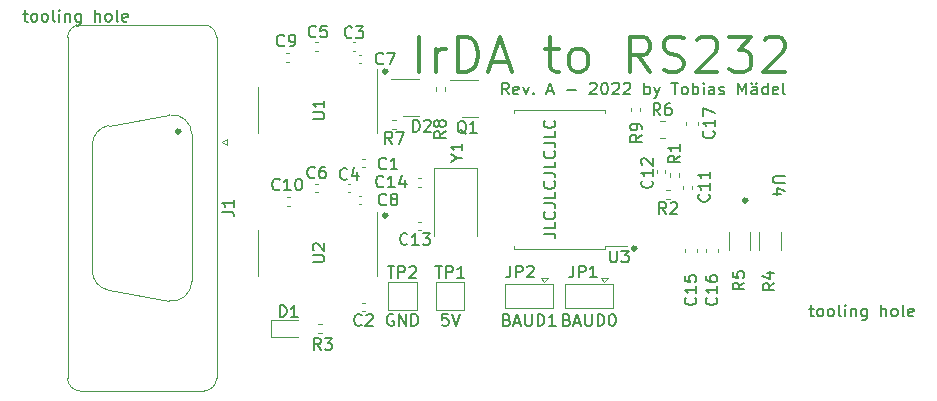
<source format=gbr>
%TF.GenerationSoftware,KiCad,Pcbnew,(6.0.4-0)*%
%TF.CreationDate,2022-03-21T10:12:57+01:00*%
%TF.ProjectId,IrDA_RS232,49724441-5f52-4533-9233-322e6b696361,rev?*%
%TF.SameCoordinates,Original*%
%TF.FileFunction,Legend,Top*%
%TF.FilePolarity,Positive*%
%FSLAX46Y46*%
G04 Gerber Fmt 4.6, Leading zero omitted, Abs format (unit mm)*
G04 Created by KiCad (PCBNEW (6.0.4-0)) date 2022-03-21 10:12:57*
%MOMM*%
%LPD*%
G01*
G04 APERTURE LIST*
%ADD10C,0.300000*%
%ADD11C,0.150000*%
%ADD12C,0.120000*%
G04 APERTURE END LIST*
D10*
X65936000Y-62230000D02*
G75*
G03*
X65936000Y-62230000I-150000J0D01*
G01*
X44854000Y-47244000D02*
G75*
G03*
X44854000Y-47244000I-150000J0D01*
G01*
X75334000Y-58166000D02*
G75*
G03*
X75334000Y-58166000I-150000J0D01*
G01*
X27328000Y-52324000D02*
G75*
G03*
X27328000Y-52324000I-150000J0D01*
G01*
X44854000Y-59436000D02*
G75*
G03*
X44854000Y-59436000I-150000J0D01*
G01*
X47563428Y-47331142D02*
X47563428Y-44331142D01*
X48992000Y-47331142D02*
X48992000Y-45331142D01*
X48992000Y-45902571D02*
X49134857Y-45616857D01*
X49277714Y-45474000D01*
X49563428Y-45331142D01*
X49849142Y-45331142D01*
X50849142Y-47331142D02*
X50849142Y-44331142D01*
X51563428Y-44331142D01*
X51992000Y-44474000D01*
X52277714Y-44759714D01*
X52420571Y-45045428D01*
X52563428Y-45616857D01*
X52563428Y-46045428D01*
X52420571Y-46616857D01*
X52277714Y-46902571D01*
X51992000Y-47188285D01*
X51563428Y-47331142D01*
X50849142Y-47331142D01*
X53706285Y-46474000D02*
X55134857Y-46474000D01*
X53420571Y-47331142D02*
X54420571Y-44331142D01*
X55420571Y-47331142D01*
X58277714Y-45331142D02*
X59420571Y-45331142D01*
X58706285Y-44331142D02*
X58706285Y-46902571D01*
X58849142Y-47188285D01*
X59134857Y-47331142D01*
X59420571Y-47331142D01*
X60849142Y-47331142D02*
X60563428Y-47188285D01*
X60420571Y-47045428D01*
X60277714Y-46759714D01*
X60277714Y-45902571D01*
X60420571Y-45616857D01*
X60563428Y-45474000D01*
X60849142Y-45331142D01*
X61277714Y-45331142D01*
X61563428Y-45474000D01*
X61706285Y-45616857D01*
X61849142Y-45902571D01*
X61849142Y-46759714D01*
X61706285Y-47045428D01*
X61563428Y-47188285D01*
X61277714Y-47331142D01*
X60849142Y-47331142D01*
X67134857Y-47331142D02*
X66134857Y-45902571D01*
X65420571Y-47331142D02*
X65420571Y-44331142D01*
X66563428Y-44331142D01*
X66849142Y-44474000D01*
X66992000Y-44616857D01*
X67134857Y-44902571D01*
X67134857Y-45331142D01*
X66992000Y-45616857D01*
X66849142Y-45759714D01*
X66563428Y-45902571D01*
X65420571Y-45902571D01*
X68277714Y-47188285D02*
X68706285Y-47331142D01*
X69420571Y-47331142D01*
X69706285Y-47188285D01*
X69849142Y-47045428D01*
X69992000Y-46759714D01*
X69992000Y-46474000D01*
X69849142Y-46188285D01*
X69706285Y-46045428D01*
X69420571Y-45902571D01*
X68849142Y-45759714D01*
X68563428Y-45616857D01*
X68420571Y-45474000D01*
X68277714Y-45188285D01*
X68277714Y-44902571D01*
X68420571Y-44616857D01*
X68563428Y-44474000D01*
X68849142Y-44331142D01*
X69563428Y-44331142D01*
X69992000Y-44474000D01*
X71134857Y-44616857D02*
X71277714Y-44474000D01*
X71563428Y-44331142D01*
X72277714Y-44331142D01*
X72563428Y-44474000D01*
X72706285Y-44616857D01*
X72849142Y-44902571D01*
X72849142Y-45188285D01*
X72706285Y-45616857D01*
X70992000Y-47331142D01*
X72849142Y-47331142D01*
X73849142Y-44331142D02*
X75706285Y-44331142D01*
X74706285Y-45474000D01*
X75134857Y-45474000D01*
X75420571Y-45616857D01*
X75563428Y-45759714D01*
X75706285Y-46045428D01*
X75706285Y-46759714D01*
X75563428Y-47045428D01*
X75420571Y-47188285D01*
X75134857Y-47331142D01*
X74277714Y-47331142D01*
X73992000Y-47188285D01*
X73849142Y-47045428D01*
X76849142Y-44616857D02*
X76992000Y-44474000D01*
X77277714Y-44331142D01*
X77992000Y-44331142D01*
X78277714Y-44474000D01*
X78420571Y-44616857D01*
X78563428Y-44902571D01*
X78563428Y-45188285D01*
X78420571Y-45616857D01*
X76706285Y-47331142D01*
X78563428Y-47331142D01*
D11*
X58126380Y-61007047D02*
X58840666Y-61007047D01*
X58983523Y-61054666D01*
X59078761Y-61149904D01*
X59126380Y-61292761D01*
X59126380Y-61388000D01*
X59126380Y-60054666D02*
X59126380Y-60530857D01*
X58126380Y-60530857D01*
X59031142Y-59149904D02*
X59078761Y-59197523D01*
X59126380Y-59340380D01*
X59126380Y-59435619D01*
X59078761Y-59578476D01*
X58983523Y-59673714D01*
X58888285Y-59721333D01*
X58697809Y-59768952D01*
X58554952Y-59768952D01*
X58364476Y-59721333D01*
X58269238Y-59673714D01*
X58174000Y-59578476D01*
X58126380Y-59435619D01*
X58126380Y-59340380D01*
X58174000Y-59197523D01*
X58221619Y-59149904D01*
X58126380Y-58435619D02*
X58840666Y-58435619D01*
X58983523Y-58483238D01*
X59078761Y-58578476D01*
X59126380Y-58721333D01*
X59126380Y-58816571D01*
X59126380Y-57483238D02*
X59126380Y-57959428D01*
X58126380Y-57959428D01*
X59031142Y-56578476D02*
X59078761Y-56626095D01*
X59126380Y-56768952D01*
X59126380Y-56864190D01*
X59078761Y-57007047D01*
X58983523Y-57102285D01*
X58888285Y-57149904D01*
X58697809Y-57197523D01*
X58554952Y-57197523D01*
X58364476Y-57149904D01*
X58269238Y-57102285D01*
X58174000Y-57007047D01*
X58126380Y-56864190D01*
X58126380Y-56768952D01*
X58174000Y-56626095D01*
X58221619Y-56578476D01*
X58126380Y-55864190D02*
X58840666Y-55864190D01*
X58983523Y-55911809D01*
X59078761Y-56007047D01*
X59126380Y-56149904D01*
X59126380Y-56245142D01*
X59126380Y-54911809D02*
X59126380Y-55388000D01*
X58126380Y-55388000D01*
X59031142Y-54007047D02*
X59078761Y-54054666D01*
X59126380Y-54197523D01*
X59126380Y-54292761D01*
X59078761Y-54435619D01*
X58983523Y-54530857D01*
X58888285Y-54578476D01*
X58697809Y-54626095D01*
X58554952Y-54626095D01*
X58364476Y-54578476D01*
X58269238Y-54530857D01*
X58174000Y-54435619D01*
X58126380Y-54292761D01*
X58126380Y-54197523D01*
X58174000Y-54054666D01*
X58221619Y-54007047D01*
X58126380Y-53292761D02*
X58840666Y-53292761D01*
X58983523Y-53340380D01*
X59078761Y-53435619D01*
X59126380Y-53578476D01*
X59126380Y-53673714D01*
X59126380Y-52340380D02*
X59126380Y-52816571D01*
X58126380Y-52816571D01*
X59031142Y-51435619D02*
X59078761Y-51483238D01*
X59126380Y-51626095D01*
X59126380Y-51721333D01*
X59078761Y-51864190D01*
X58983523Y-51959428D01*
X58888285Y-52007047D01*
X58697809Y-52054666D01*
X58554952Y-52054666D01*
X58364476Y-52007047D01*
X58269238Y-51959428D01*
X58174000Y-51864190D01*
X58126380Y-51721333D01*
X58126380Y-51626095D01*
X58174000Y-51483238D01*
X58221619Y-51435619D01*
X55190857Y-49220380D02*
X54857523Y-48744190D01*
X54619428Y-49220380D02*
X54619428Y-48220380D01*
X55000380Y-48220380D01*
X55095619Y-48268000D01*
X55143238Y-48315619D01*
X55190857Y-48410857D01*
X55190857Y-48553714D01*
X55143238Y-48648952D01*
X55095619Y-48696571D01*
X55000380Y-48744190D01*
X54619428Y-48744190D01*
X56000380Y-49172761D02*
X55905142Y-49220380D01*
X55714666Y-49220380D01*
X55619428Y-49172761D01*
X55571809Y-49077523D01*
X55571809Y-48696571D01*
X55619428Y-48601333D01*
X55714666Y-48553714D01*
X55905142Y-48553714D01*
X56000380Y-48601333D01*
X56047999Y-48696571D01*
X56047999Y-48791809D01*
X55571809Y-48887047D01*
X56381333Y-48553714D02*
X56619428Y-49220380D01*
X56857523Y-48553714D01*
X57238476Y-49125142D02*
X57286095Y-49172761D01*
X57238476Y-49220380D01*
X57190857Y-49172761D01*
X57238476Y-49125142D01*
X57238476Y-49220380D01*
X58428952Y-48934666D02*
X58905142Y-48934666D01*
X58333714Y-49220380D02*
X58667047Y-48220380D01*
X59000380Y-49220380D01*
X60095619Y-48839428D02*
X60857523Y-48839428D01*
X62047999Y-48315619D02*
X62095619Y-48268000D01*
X62190857Y-48220380D01*
X62428952Y-48220380D01*
X62524190Y-48268000D01*
X62571809Y-48315619D01*
X62619428Y-48410857D01*
X62619428Y-48506095D01*
X62571809Y-48648952D01*
X62000380Y-49220380D01*
X62619428Y-49220380D01*
X63238476Y-48220380D02*
X63333714Y-48220380D01*
X63428952Y-48268000D01*
X63476571Y-48315619D01*
X63524190Y-48410857D01*
X63571809Y-48601333D01*
X63571809Y-48839428D01*
X63524190Y-49029904D01*
X63476571Y-49125142D01*
X63428952Y-49172761D01*
X63333714Y-49220380D01*
X63238476Y-49220380D01*
X63143238Y-49172761D01*
X63095619Y-49125142D01*
X63047999Y-49029904D01*
X63000380Y-48839428D01*
X63000380Y-48601333D01*
X63047999Y-48410857D01*
X63095619Y-48315619D01*
X63143238Y-48268000D01*
X63238476Y-48220380D01*
X63952761Y-48315619D02*
X64000380Y-48268000D01*
X64095619Y-48220380D01*
X64333714Y-48220380D01*
X64428952Y-48268000D01*
X64476571Y-48315619D01*
X64524190Y-48410857D01*
X64524190Y-48506095D01*
X64476571Y-48648952D01*
X63905142Y-49220380D01*
X64524190Y-49220380D01*
X64905142Y-48315619D02*
X64952761Y-48268000D01*
X65047999Y-48220380D01*
X65286095Y-48220380D01*
X65381333Y-48268000D01*
X65428952Y-48315619D01*
X65476571Y-48410857D01*
X65476571Y-48506095D01*
X65428952Y-48648952D01*
X64857523Y-49220380D01*
X65476571Y-49220380D01*
X66667047Y-49220380D02*
X66667047Y-48220380D01*
X66667047Y-48601333D02*
X66762285Y-48553714D01*
X66952761Y-48553714D01*
X67047999Y-48601333D01*
X67095619Y-48648952D01*
X67143238Y-48744190D01*
X67143238Y-49029904D01*
X67095619Y-49125142D01*
X67047999Y-49172761D01*
X66952761Y-49220380D01*
X66762285Y-49220380D01*
X66667047Y-49172761D01*
X67476571Y-48553714D02*
X67714666Y-49220380D01*
X67952761Y-48553714D02*
X67714666Y-49220380D01*
X67619428Y-49458476D01*
X67571809Y-49506095D01*
X67476571Y-49553714D01*
X68952761Y-48220380D02*
X69524190Y-48220380D01*
X69238476Y-49220380D02*
X69238476Y-48220380D01*
X70000380Y-49220380D02*
X69905142Y-49172761D01*
X69857523Y-49125142D01*
X69809904Y-49029904D01*
X69809904Y-48744190D01*
X69857523Y-48648952D01*
X69905142Y-48601333D01*
X70000380Y-48553714D01*
X70143238Y-48553714D01*
X70238476Y-48601333D01*
X70286095Y-48648952D01*
X70333714Y-48744190D01*
X70333714Y-49029904D01*
X70286095Y-49125142D01*
X70238476Y-49172761D01*
X70143238Y-49220380D01*
X70000380Y-49220380D01*
X70762285Y-49220380D02*
X70762285Y-48220380D01*
X70762285Y-48601333D02*
X70857523Y-48553714D01*
X71047999Y-48553714D01*
X71143238Y-48601333D01*
X71190857Y-48648952D01*
X71238476Y-48744190D01*
X71238476Y-49029904D01*
X71190857Y-49125142D01*
X71143238Y-49172761D01*
X71047999Y-49220380D01*
X70857523Y-49220380D01*
X70762285Y-49172761D01*
X71667047Y-49220380D02*
X71667047Y-48553714D01*
X71667047Y-48220380D02*
X71619428Y-48268000D01*
X71667047Y-48315619D01*
X71714666Y-48268000D01*
X71667047Y-48220380D01*
X71667047Y-48315619D01*
X72571809Y-49220380D02*
X72571809Y-48696571D01*
X72524190Y-48601333D01*
X72428952Y-48553714D01*
X72238476Y-48553714D01*
X72143238Y-48601333D01*
X72571809Y-49172761D02*
X72476571Y-49220380D01*
X72238476Y-49220380D01*
X72143238Y-49172761D01*
X72095619Y-49077523D01*
X72095619Y-48982285D01*
X72143238Y-48887047D01*
X72238476Y-48839428D01*
X72476571Y-48839428D01*
X72571809Y-48791809D01*
X73000380Y-49172761D02*
X73095619Y-49220380D01*
X73286095Y-49220380D01*
X73381333Y-49172761D01*
X73428952Y-49077523D01*
X73428952Y-49029904D01*
X73381333Y-48934666D01*
X73286095Y-48887047D01*
X73143238Y-48887047D01*
X73047999Y-48839428D01*
X73000380Y-48744190D01*
X73000380Y-48696571D01*
X73047999Y-48601333D01*
X73143238Y-48553714D01*
X73286095Y-48553714D01*
X73381333Y-48601333D01*
X74619428Y-49220380D02*
X74619428Y-48220380D01*
X74952761Y-48934666D01*
X75286095Y-48220380D01*
X75286095Y-49220380D01*
X76190857Y-49220380D02*
X76190857Y-48696571D01*
X76143238Y-48601333D01*
X76047999Y-48553714D01*
X75857523Y-48553714D01*
X75762285Y-48601333D01*
X76190857Y-49172761D02*
X76095619Y-49220380D01*
X75857523Y-49220380D01*
X75762285Y-49172761D01*
X75714666Y-49077523D01*
X75714666Y-48982285D01*
X75762285Y-48887047D01*
X75857523Y-48839428D01*
X76095619Y-48839428D01*
X76190857Y-48791809D01*
X75762285Y-48220380D02*
X75809904Y-48268000D01*
X75762285Y-48315619D01*
X75714666Y-48268000D01*
X75762285Y-48220380D01*
X75762285Y-48315619D01*
X76143238Y-48220380D02*
X76190857Y-48268000D01*
X76143238Y-48315619D01*
X76095619Y-48268000D01*
X76143238Y-48220380D01*
X76143238Y-48315619D01*
X77095619Y-49220380D02*
X77095619Y-48220380D01*
X77095619Y-49172761D02*
X77000380Y-49220380D01*
X76809904Y-49220380D01*
X76714666Y-49172761D01*
X76667047Y-49125142D01*
X76619428Y-49029904D01*
X76619428Y-48744190D01*
X76667047Y-48648952D01*
X76714666Y-48601333D01*
X76809904Y-48553714D01*
X77000380Y-48553714D01*
X77095619Y-48601333D01*
X77952761Y-49172761D02*
X77857523Y-49220380D01*
X77667047Y-49220380D01*
X77571809Y-49172761D01*
X77524190Y-49077523D01*
X77524190Y-48696571D01*
X77571809Y-48601333D01*
X77667047Y-48553714D01*
X77857523Y-48553714D01*
X77952761Y-48601333D01*
X78000380Y-48696571D01*
X78000380Y-48791809D01*
X77524190Y-48887047D01*
X78571809Y-49220380D02*
X78476571Y-49172761D01*
X78428952Y-49077523D01*
X78428952Y-48220380D01*
%TO.C,U3*%
X63754095Y-62444380D02*
X63754095Y-63253904D01*
X63801714Y-63349142D01*
X63849333Y-63396761D01*
X63944571Y-63444380D01*
X64135047Y-63444380D01*
X64230285Y-63396761D01*
X64277904Y-63349142D01*
X64325523Y-63253904D01*
X64325523Y-62444380D01*
X64706476Y-62444380D02*
X65325523Y-62444380D01*
X64992190Y-62825333D01*
X65135047Y-62825333D01*
X65230285Y-62872952D01*
X65277904Y-62920571D01*
X65325523Y-63015809D01*
X65325523Y-63253904D01*
X65277904Y-63349142D01*
X65230285Y-63396761D01*
X65135047Y-63444380D01*
X64849333Y-63444380D01*
X64754095Y-63396761D01*
X64706476Y-63349142D01*
%TO.C,R9*%
X66441580Y-52643066D02*
X65965390Y-52976400D01*
X66441580Y-53214495D02*
X65441580Y-53214495D01*
X65441580Y-52833542D01*
X65489200Y-52738304D01*
X65536819Y-52690685D01*
X65632057Y-52643066D01*
X65774914Y-52643066D01*
X65870152Y-52690685D01*
X65917771Y-52738304D01*
X65965390Y-52833542D01*
X65965390Y-53214495D01*
X66441580Y-52166876D02*
X66441580Y-51976400D01*
X66393961Y-51881161D01*
X66346342Y-51833542D01*
X66203485Y-51738304D01*
X66013009Y-51690685D01*
X65632057Y-51690685D01*
X65536819Y-51738304D01*
X65489200Y-51785923D01*
X65441580Y-51881161D01*
X65441580Y-52071638D01*
X65489200Y-52166876D01*
X65536819Y-52214495D01*
X65632057Y-52262114D01*
X65870152Y-52262114D01*
X65965390Y-52214495D01*
X66013009Y-52166876D01*
X66060628Y-52071638D01*
X66060628Y-51881161D01*
X66013009Y-51785923D01*
X65965390Y-51738304D01*
X65870152Y-51690685D01*
%TO.C,R8*%
X49829980Y-52338266D02*
X49353790Y-52671600D01*
X49829980Y-52909695D02*
X48829980Y-52909695D01*
X48829980Y-52528742D01*
X48877600Y-52433504D01*
X48925219Y-52385885D01*
X49020457Y-52338266D01*
X49163314Y-52338266D01*
X49258552Y-52385885D01*
X49306171Y-52433504D01*
X49353790Y-52528742D01*
X49353790Y-52909695D01*
X49258552Y-51766838D02*
X49210933Y-51862076D01*
X49163314Y-51909695D01*
X49068076Y-51957314D01*
X49020457Y-51957314D01*
X48925219Y-51909695D01*
X48877600Y-51862076D01*
X48829980Y-51766838D01*
X48829980Y-51576361D01*
X48877600Y-51481123D01*
X48925219Y-51433504D01*
X49020457Y-51385885D01*
X49068076Y-51385885D01*
X49163314Y-51433504D01*
X49210933Y-51481123D01*
X49258552Y-51576361D01*
X49258552Y-51766838D01*
X49306171Y-51862076D01*
X49353790Y-51909695D01*
X49449028Y-51957314D01*
X49639504Y-51957314D01*
X49734742Y-51909695D01*
X49782361Y-51862076D01*
X49829980Y-51766838D01*
X49829980Y-51576361D01*
X49782361Y-51481123D01*
X49734742Y-51433504D01*
X49639504Y-51385885D01*
X49449028Y-51385885D01*
X49353790Y-51433504D01*
X49306171Y-51481123D01*
X49258552Y-51576361D01*
%TO.C,R7*%
X45299333Y-53387580D02*
X44966000Y-52911390D01*
X44727904Y-53387580D02*
X44727904Y-52387580D01*
X45108857Y-52387580D01*
X45204095Y-52435200D01*
X45251714Y-52482819D01*
X45299333Y-52578057D01*
X45299333Y-52720914D01*
X45251714Y-52816152D01*
X45204095Y-52863771D01*
X45108857Y-52911390D01*
X44727904Y-52911390D01*
X45632666Y-52387580D02*
X46299333Y-52387580D01*
X45870761Y-53387580D01*
%TO.C,Q1*%
X51568361Y-52566819D02*
X51473123Y-52519200D01*
X51377885Y-52423961D01*
X51235028Y-52281104D01*
X51139790Y-52233485D01*
X51044552Y-52233485D01*
X51092171Y-52471580D02*
X50996933Y-52423961D01*
X50901695Y-52328723D01*
X50854076Y-52138247D01*
X50854076Y-51804914D01*
X50901695Y-51614438D01*
X50996933Y-51519200D01*
X51092171Y-51471580D01*
X51282647Y-51471580D01*
X51377885Y-51519200D01*
X51473123Y-51614438D01*
X51520742Y-51804914D01*
X51520742Y-52138247D01*
X51473123Y-52328723D01*
X51377885Y-52423961D01*
X51282647Y-52471580D01*
X51092171Y-52471580D01*
X52473123Y-52471580D02*
X51901695Y-52471580D01*
X52187409Y-52471580D02*
X52187409Y-51471580D01*
X52092171Y-51614438D01*
X51996933Y-51709676D01*
X51901695Y-51757295D01*
%TO.C,D2*%
X47064704Y-52369980D02*
X47064704Y-51369980D01*
X47302800Y-51369980D01*
X47445657Y-51417600D01*
X47540895Y-51512838D01*
X47588514Y-51608076D01*
X47636133Y-51798552D01*
X47636133Y-51941409D01*
X47588514Y-52131885D01*
X47540895Y-52227123D01*
X47445657Y-52322361D01*
X47302800Y-52369980D01*
X47064704Y-52369980D01*
X48017085Y-51465219D02*
X48064704Y-51417600D01*
X48159942Y-51369980D01*
X48398038Y-51369980D01*
X48493276Y-51417600D01*
X48540895Y-51465219D01*
X48588514Y-51560457D01*
X48588514Y-51655695D01*
X48540895Y-51798552D01*
X47969466Y-52369980D01*
X48588514Y-52369980D01*
%TO.C,TP1*%
X48964195Y-63748380D02*
X49535623Y-63748380D01*
X49249909Y-64748380D02*
X49249909Y-63748380D01*
X49868957Y-64748380D02*
X49868957Y-63748380D01*
X50249909Y-63748380D01*
X50345147Y-63796000D01*
X50392766Y-63843619D01*
X50440385Y-63938857D01*
X50440385Y-64081714D01*
X50392766Y-64176952D01*
X50345147Y-64224571D01*
X50249909Y-64272190D01*
X49868957Y-64272190D01*
X51392766Y-64748380D02*
X50821338Y-64748380D01*
X51107052Y-64748380D02*
X51107052Y-63748380D01*
X51011814Y-63891238D01*
X50916576Y-63986476D01*
X50821338Y-64034095D01*
X50035623Y-67796380D02*
X49559433Y-67796380D01*
X49511814Y-68272571D01*
X49559433Y-68224952D01*
X49654671Y-68177333D01*
X49892766Y-68177333D01*
X49988004Y-68224952D01*
X50035623Y-68272571D01*
X50083242Y-68367809D01*
X50083242Y-68605904D01*
X50035623Y-68701142D01*
X49988004Y-68748761D01*
X49892766Y-68796380D01*
X49654671Y-68796380D01*
X49559433Y-68748761D01*
X49511814Y-68701142D01*
X50368957Y-67796380D02*
X50702290Y-68796380D01*
X51035623Y-67796380D01*
%TO.C,C5*%
X38853969Y-44299142D02*
X38806350Y-44346761D01*
X38663493Y-44394380D01*
X38568255Y-44394380D01*
X38425397Y-44346761D01*
X38330159Y-44251523D01*
X38282540Y-44156285D01*
X38234921Y-43965809D01*
X38234921Y-43822952D01*
X38282540Y-43632476D01*
X38330159Y-43537238D01*
X38425397Y-43442000D01*
X38568255Y-43394380D01*
X38663493Y-43394380D01*
X38806350Y-43442000D01*
X38853969Y-43489619D01*
X39758731Y-43394380D02*
X39282540Y-43394380D01*
X39234921Y-43870571D01*
X39282540Y-43822952D01*
X39377778Y-43775333D01*
X39615874Y-43775333D01*
X39711112Y-43822952D01*
X39758731Y-43870571D01*
X39806350Y-43965809D01*
X39806350Y-44203904D01*
X39758731Y-44299142D01*
X39711112Y-44346761D01*
X39615874Y-44394380D01*
X39377778Y-44394380D01*
X39282540Y-44346761D01*
X39234921Y-44299142D01*
%TO.C,C16*%
X72747142Y-66428857D02*
X72794761Y-66476476D01*
X72842380Y-66619333D01*
X72842380Y-66714571D01*
X72794761Y-66857428D01*
X72699523Y-66952666D01*
X72604285Y-67000285D01*
X72413809Y-67047904D01*
X72270952Y-67047904D01*
X72080476Y-67000285D01*
X71985238Y-66952666D01*
X71890000Y-66857428D01*
X71842380Y-66714571D01*
X71842380Y-66619333D01*
X71890000Y-66476476D01*
X71937619Y-66428857D01*
X72842380Y-65476476D02*
X72842380Y-66047904D01*
X72842380Y-65762190D02*
X71842380Y-65762190D01*
X71985238Y-65857428D01*
X72080476Y-65952666D01*
X72128095Y-66047904D01*
X71842380Y-64619333D02*
X71842380Y-64809809D01*
X71890000Y-64905047D01*
X71937619Y-64952666D01*
X72080476Y-65047904D01*
X72270952Y-65095523D01*
X72651904Y-65095523D01*
X72747142Y-65047904D01*
X72794761Y-65000285D01*
X72842380Y-64905047D01*
X72842380Y-64714571D01*
X72794761Y-64619333D01*
X72747142Y-64571714D01*
X72651904Y-64524095D01*
X72413809Y-64524095D01*
X72318571Y-64571714D01*
X72270952Y-64619333D01*
X72223333Y-64714571D01*
X72223333Y-64905047D01*
X72270952Y-65000285D01*
X72318571Y-65047904D01*
X72413809Y-65095523D01*
%TO.C,R3*%
X39250533Y-70839580D02*
X38917200Y-70363390D01*
X38679104Y-70839580D02*
X38679104Y-69839580D01*
X39060057Y-69839580D01*
X39155295Y-69887200D01*
X39202914Y-69934819D01*
X39250533Y-70030057D01*
X39250533Y-70172914D01*
X39202914Y-70268152D01*
X39155295Y-70315771D01*
X39060057Y-70363390D01*
X38679104Y-70363390D01*
X39583866Y-69839580D02*
X40202914Y-69839580D01*
X39869580Y-70220533D01*
X40012438Y-70220533D01*
X40107676Y-70268152D01*
X40155295Y-70315771D01*
X40202914Y-70411009D01*
X40202914Y-70649104D01*
X40155295Y-70744342D01*
X40107676Y-70791961D01*
X40012438Y-70839580D01*
X39726723Y-70839580D01*
X39631485Y-70791961D01*
X39583866Y-70744342D01*
%TO.C,C10*%
X35774506Y-57253142D02*
X35726887Y-57300761D01*
X35584030Y-57348380D01*
X35488792Y-57348380D01*
X35345935Y-57300761D01*
X35250697Y-57205523D01*
X35203078Y-57110285D01*
X35155459Y-56919809D01*
X35155459Y-56776952D01*
X35203078Y-56586476D01*
X35250697Y-56491238D01*
X35345935Y-56396000D01*
X35488792Y-56348380D01*
X35584030Y-56348380D01*
X35726887Y-56396000D01*
X35774506Y-56443619D01*
X36726887Y-57348380D02*
X36155459Y-57348380D01*
X36441173Y-57348380D02*
X36441173Y-56348380D01*
X36345935Y-56491238D01*
X36250697Y-56586476D01*
X36155459Y-56634095D01*
X37345935Y-56348380D02*
X37441173Y-56348380D01*
X37536411Y-56396000D01*
X37584030Y-56443619D01*
X37631649Y-56538857D01*
X37679268Y-56729333D01*
X37679268Y-56967428D01*
X37631649Y-57157904D01*
X37584030Y-57253142D01*
X37536411Y-57300761D01*
X37441173Y-57348380D01*
X37345935Y-57348380D01*
X37250697Y-57300761D01*
X37203078Y-57253142D01*
X37155459Y-57157904D01*
X37107840Y-56967428D01*
X37107840Y-56729333D01*
X37155459Y-56538857D01*
X37203078Y-56443619D01*
X37250697Y-56396000D01*
X37345935Y-56348380D01*
%TO.C,JP1*%
X60634666Y-63714380D02*
X60634666Y-64428666D01*
X60587047Y-64571523D01*
X60491809Y-64666761D01*
X60348952Y-64714380D01*
X60253714Y-64714380D01*
X61110857Y-64714380D02*
X61110857Y-63714380D01*
X61491809Y-63714380D01*
X61587047Y-63762000D01*
X61634666Y-63809619D01*
X61682285Y-63904857D01*
X61682285Y-64047714D01*
X61634666Y-64142952D01*
X61587047Y-64190571D01*
X61491809Y-64238190D01*
X61110857Y-64238190D01*
X62634666Y-64714380D02*
X62063238Y-64714380D01*
X62348952Y-64714380D02*
X62348952Y-63714380D01*
X62253714Y-63857238D01*
X62158476Y-63952476D01*
X62063238Y-64000095D01*
X60118857Y-68289871D02*
X60261714Y-68337490D01*
X60309333Y-68385109D01*
X60356952Y-68480347D01*
X60356952Y-68623204D01*
X60309333Y-68718442D01*
X60261714Y-68766061D01*
X60166476Y-68813680D01*
X59785523Y-68813680D01*
X59785523Y-67813680D01*
X60118857Y-67813680D01*
X60214095Y-67861300D01*
X60261714Y-67908919D01*
X60309333Y-68004157D01*
X60309333Y-68099395D01*
X60261714Y-68194633D01*
X60214095Y-68242252D01*
X60118857Y-68289871D01*
X59785523Y-68289871D01*
X60737904Y-68527966D02*
X61214095Y-68527966D01*
X60642666Y-68813680D02*
X60976000Y-67813680D01*
X61309333Y-68813680D01*
X61642666Y-67813680D02*
X61642666Y-68623204D01*
X61690285Y-68718442D01*
X61737904Y-68766061D01*
X61833142Y-68813680D01*
X62023619Y-68813680D01*
X62118857Y-68766061D01*
X62166476Y-68718442D01*
X62214095Y-68623204D01*
X62214095Y-67813680D01*
X62690285Y-68813680D02*
X62690285Y-67813680D01*
X62928380Y-67813680D01*
X63071238Y-67861300D01*
X63166476Y-67956538D01*
X63214095Y-68051776D01*
X63261714Y-68242252D01*
X63261714Y-68385109D01*
X63214095Y-68575585D01*
X63166476Y-68670823D01*
X63071238Y-68766061D01*
X62928380Y-68813680D01*
X62690285Y-68813680D01*
X63880761Y-67813680D02*
X63976000Y-67813680D01*
X64071238Y-67861300D01*
X64118857Y-67908919D01*
X64166476Y-68004157D01*
X64214095Y-68194633D01*
X64214095Y-68432728D01*
X64166476Y-68623204D01*
X64118857Y-68718442D01*
X64071238Y-68766061D01*
X63976000Y-68813680D01*
X63880761Y-68813680D01*
X63785523Y-68766061D01*
X63737904Y-68718442D01*
X63690285Y-68623204D01*
X63642666Y-68432728D01*
X63642666Y-68194633D01*
X63690285Y-68004157D01*
X63737904Y-67908919D01*
X63785523Y-67861300D01*
X63880761Y-67813680D01*
%TO.C,R1*%
X69667380Y-54395666D02*
X69191190Y-54729000D01*
X69667380Y-54967095D02*
X68667380Y-54967095D01*
X68667380Y-54586142D01*
X68715000Y-54490904D01*
X68762619Y-54443285D01*
X68857857Y-54395666D01*
X69000714Y-54395666D01*
X69095952Y-54443285D01*
X69143571Y-54490904D01*
X69191190Y-54586142D01*
X69191190Y-54967095D01*
X69667380Y-53443285D02*
X69667380Y-54014714D01*
X69667380Y-53729000D02*
X68667380Y-53729000D01*
X68810238Y-53824238D01*
X68905476Y-53919476D01*
X68953095Y-54014714D01*
%TO.C,R4*%
X77668380Y-65190666D02*
X77192190Y-65524000D01*
X77668380Y-65762095D02*
X76668380Y-65762095D01*
X76668380Y-65381142D01*
X76716000Y-65285904D01*
X76763619Y-65238285D01*
X76858857Y-65190666D01*
X77001714Y-65190666D01*
X77096952Y-65238285D01*
X77144571Y-65285904D01*
X77192190Y-65381142D01*
X77192190Y-65762095D01*
X77001714Y-64333523D02*
X77668380Y-64333523D01*
X76620761Y-64571619D02*
X77335047Y-64809714D01*
X77335047Y-64190666D01*
%TO.C,U4*%
X78525619Y-56134095D02*
X77716095Y-56134095D01*
X77620857Y-56181714D01*
X77573238Y-56229333D01*
X77525619Y-56324571D01*
X77525619Y-56515047D01*
X77573238Y-56610285D01*
X77620857Y-56657904D01*
X77716095Y-56705523D01*
X78525619Y-56705523D01*
X78192285Y-57610285D02*
X77525619Y-57610285D01*
X78573238Y-57372190D02*
X77858952Y-57134095D01*
X77858952Y-57753142D01*
%TO.C,U1*%
X38568380Y-51307904D02*
X39377904Y-51307904D01*
X39473142Y-51260285D01*
X39520761Y-51212666D01*
X39568380Y-51117428D01*
X39568380Y-50926952D01*
X39520761Y-50831714D01*
X39473142Y-50784095D01*
X39377904Y-50736476D01*
X38568380Y-50736476D01*
X39568380Y-49736476D02*
X39568380Y-50307904D01*
X39568380Y-50022190D02*
X38568380Y-50022190D01*
X38711238Y-50117428D01*
X38806476Y-50212666D01*
X38854095Y-50307904D01*
%TO.C,C6*%
X38746133Y-56237142D02*
X38698514Y-56284761D01*
X38555657Y-56332380D01*
X38460419Y-56332380D01*
X38317561Y-56284761D01*
X38222323Y-56189523D01*
X38174704Y-56094285D01*
X38127085Y-55903809D01*
X38127085Y-55760952D01*
X38174704Y-55570476D01*
X38222323Y-55475238D01*
X38317561Y-55380000D01*
X38460419Y-55332380D01*
X38555657Y-55332380D01*
X38698514Y-55380000D01*
X38746133Y-55427619D01*
X39603276Y-55332380D02*
X39412800Y-55332380D01*
X39317561Y-55380000D01*
X39269942Y-55427619D01*
X39174704Y-55570476D01*
X39127085Y-55760952D01*
X39127085Y-56141904D01*
X39174704Y-56237142D01*
X39222323Y-56284761D01*
X39317561Y-56332380D01*
X39508038Y-56332380D01*
X39603276Y-56284761D01*
X39650895Y-56237142D01*
X39698514Y-56141904D01*
X39698514Y-55903809D01*
X39650895Y-55808571D01*
X39603276Y-55760952D01*
X39508038Y-55713333D01*
X39317561Y-55713333D01*
X39222323Y-55760952D01*
X39174704Y-55808571D01*
X39127085Y-55903809D01*
%TO.C,Y1*%
X50776190Y-54578190D02*
X51252380Y-54578190D01*
X50252380Y-54911523D02*
X50776190Y-54578190D01*
X50252380Y-54244857D01*
X51252380Y-53387714D02*
X51252380Y-53959142D01*
X51252380Y-53673428D02*
X50252380Y-53673428D01*
X50395238Y-53768666D01*
X50490476Y-53863904D01*
X50538095Y-53959142D01*
%TO.C,C7*%
X44537333Y-46585142D02*
X44489714Y-46632761D01*
X44346857Y-46680380D01*
X44251619Y-46680380D01*
X44108761Y-46632761D01*
X44013523Y-46537523D01*
X43965904Y-46442285D01*
X43918285Y-46251809D01*
X43918285Y-46108952D01*
X43965904Y-45918476D01*
X44013523Y-45823238D01*
X44108761Y-45728000D01*
X44251619Y-45680380D01*
X44346857Y-45680380D01*
X44489714Y-45728000D01*
X44537333Y-45775619D01*
X44870666Y-45680380D02*
X45537333Y-45680380D01*
X45108761Y-46680380D01*
%TO.C,U2*%
X38568380Y-63398304D02*
X39377904Y-63398304D01*
X39473142Y-63350685D01*
X39520761Y-63303066D01*
X39568380Y-63207828D01*
X39568380Y-63017352D01*
X39520761Y-62922114D01*
X39473142Y-62874495D01*
X39377904Y-62826876D01*
X38568380Y-62826876D01*
X38663619Y-62398304D02*
X38616000Y-62350685D01*
X38568380Y-62255447D01*
X38568380Y-62017352D01*
X38616000Y-61922114D01*
X38663619Y-61874495D01*
X38758857Y-61826876D01*
X38854095Y-61826876D01*
X38996952Y-61874495D01*
X39568380Y-62445923D01*
X39568380Y-61826876D01*
%TO.C,C13*%
X46601142Y-61867542D02*
X46553523Y-61915161D01*
X46410666Y-61962780D01*
X46315428Y-61962780D01*
X46172571Y-61915161D01*
X46077333Y-61819923D01*
X46029714Y-61724685D01*
X45982095Y-61534209D01*
X45982095Y-61391352D01*
X46029714Y-61200876D01*
X46077333Y-61105638D01*
X46172571Y-61010400D01*
X46315428Y-60962780D01*
X46410666Y-60962780D01*
X46553523Y-61010400D01*
X46601142Y-61058019D01*
X47553523Y-61962780D02*
X46982095Y-61962780D01*
X47267809Y-61962780D02*
X47267809Y-60962780D01*
X47172571Y-61105638D01*
X47077333Y-61200876D01*
X46982095Y-61248495D01*
X47886857Y-60962780D02*
X48505904Y-60962780D01*
X48172571Y-61343733D01*
X48315428Y-61343733D01*
X48410666Y-61391352D01*
X48458285Y-61438971D01*
X48505904Y-61534209D01*
X48505904Y-61772304D01*
X48458285Y-61867542D01*
X48410666Y-61915161D01*
X48315428Y-61962780D01*
X48029714Y-61962780D01*
X47934476Y-61915161D01*
X47886857Y-61867542D01*
%TO.C,C14*%
X44569142Y-56999142D02*
X44521523Y-57046761D01*
X44378666Y-57094380D01*
X44283428Y-57094380D01*
X44140571Y-57046761D01*
X44045333Y-56951523D01*
X43997714Y-56856285D01*
X43950095Y-56665809D01*
X43950095Y-56522952D01*
X43997714Y-56332476D01*
X44045333Y-56237238D01*
X44140571Y-56142000D01*
X44283428Y-56094380D01*
X44378666Y-56094380D01*
X44521523Y-56142000D01*
X44569142Y-56189619D01*
X45521523Y-57094380D02*
X44950095Y-57094380D01*
X45235809Y-57094380D02*
X45235809Y-56094380D01*
X45140571Y-56237238D01*
X45045333Y-56332476D01*
X44950095Y-56380095D01*
X46378666Y-56427714D02*
X46378666Y-57094380D01*
X46140571Y-56046761D02*
X45902476Y-56761047D01*
X46521523Y-56761047D01*
%TO.C,C4*%
X41489333Y-56347142D02*
X41441714Y-56394761D01*
X41298857Y-56442380D01*
X41203619Y-56442380D01*
X41060761Y-56394761D01*
X40965523Y-56299523D01*
X40917904Y-56204285D01*
X40870285Y-56013809D01*
X40870285Y-55870952D01*
X40917904Y-55680476D01*
X40965523Y-55585238D01*
X41060761Y-55490000D01*
X41203619Y-55442380D01*
X41298857Y-55442380D01*
X41441714Y-55490000D01*
X41489333Y-55537619D01*
X42346476Y-55775714D02*
X42346476Y-56442380D01*
X42108380Y-55394761D02*
X41870285Y-56109047D01*
X42489333Y-56109047D01*
%TO.C,H1*%
X80613809Y-67349714D02*
X80994761Y-67349714D01*
X80756666Y-67016380D02*
X80756666Y-67873523D01*
X80804285Y-67968761D01*
X80899523Y-68016380D01*
X80994761Y-68016380D01*
X81470952Y-68016380D02*
X81375714Y-67968761D01*
X81328095Y-67921142D01*
X81280476Y-67825904D01*
X81280476Y-67540190D01*
X81328095Y-67444952D01*
X81375714Y-67397333D01*
X81470952Y-67349714D01*
X81613809Y-67349714D01*
X81709047Y-67397333D01*
X81756666Y-67444952D01*
X81804285Y-67540190D01*
X81804285Y-67825904D01*
X81756666Y-67921142D01*
X81709047Y-67968761D01*
X81613809Y-68016380D01*
X81470952Y-68016380D01*
X82375714Y-68016380D02*
X82280476Y-67968761D01*
X82232857Y-67921142D01*
X82185238Y-67825904D01*
X82185238Y-67540190D01*
X82232857Y-67444952D01*
X82280476Y-67397333D01*
X82375714Y-67349714D01*
X82518571Y-67349714D01*
X82613809Y-67397333D01*
X82661428Y-67444952D01*
X82709047Y-67540190D01*
X82709047Y-67825904D01*
X82661428Y-67921142D01*
X82613809Y-67968761D01*
X82518571Y-68016380D01*
X82375714Y-68016380D01*
X83280476Y-68016380D02*
X83185238Y-67968761D01*
X83137619Y-67873523D01*
X83137619Y-67016380D01*
X83661428Y-68016380D02*
X83661428Y-67349714D01*
X83661428Y-67016380D02*
X83613809Y-67064000D01*
X83661428Y-67111619D01*
X83709047Y-67064000D01*
X83661428Y-67016380D01*
X83661428Y-67111619D01*
X84137619Y-67349714D02*
X84137619Y-68016380D01*
X84137619Y-67444952D02*
X84185238Y-67397333D01*
X84280476Y-67349714D01*
X84423333Y-67349714D01*
X84518571Y-67397333D01*
X84566190Y-67492571D01*
X84566190Y-68016380D01*
X85470952Y-67349714D02*
X85470952Y-68159238D01*
X85423333Y-68254476D01*
X85375714Y-68302095D01*
X85280476Y-68349714D01*
X85137619Y-68349714D01*
X85042380Y-68302095D01*
X85470952Y-67968761D02*
X85375714Y-68016380D01*
X85185238Y-68016380D01*
X85090000Y-67968761D01*
X85042380Y-67921142D01*
X84994761Y-67825904D01*
X84994761Y-67540190D01*
X85042380Y-67444952D01*
X85090000Y-67397333D01*
X85185238Y-67349714D01*
X85375714Y-67349714D01*
X85470952Y-67397333D01*
X86709047Y-68016380D02*
X86709047Y-67016380D01*
X87137619Y-68016380D02*
X87137619Y-67492571D01*
X87090000Y-67397333D01*
X86994761Y-67349714D01*
X86851904Y-67349714D01*
X86756666Y-67397333D01*
X86709047Y-67444952D01*
X87756666Y-68016380D02*
X87661428Y-67968761D01*
X87613809Y-67921142D01*
X87566190Y-67825904D01*
X87566190Y-67540190D01*
X87613809Y-67444952D01*
X87661428Y-67397333D01*
X87756666Y-67349714D01*
X87899523Y-67349714D01*
X87994761Y-67397333D01*
X88042380Y-67444952D01*
X88090000Y-67540190D01*
X88090000Y-67825904D01*
X88042380Y-67921142D01*
X87994761Y-67968761D01*
X87899523Y-68016380D01*
X87756666Y-68016380D01*
X88661428Y-68016380D02*
X88566190Y-67968761D01*
X88518571Y-67873523D01*
X88518571Y-67016380D01*
X89423333Y-67968761D02*
X89328095Y-68016380D01*
X89137619Y-68016380D01*
X89042380Y-67968761D01*
X88994761Y-67873523D01*
X88994761Y-67492571D01*
X89042380Y-67397333D01*
X89137619Y-67349714D01*
X89328095Y-67349714D01*
X89423333Y-67397333D01*
X89470952Y-67492571D01*
X89470952Y-67587809D01*
X88994761Y-67683047D01*
%TO.C,C17*%
X72500742Y-52306757D02*
X72548361Y-52354376D01*
X72595980Y-52497233D01*
X72595980Y-52592471D01*
X72548361Y-52735328D01*
X72453123Y-52830566D01*
X72357885Y-52878185D01*
X72167409Y-52925804D01*
X72024552Y-52925804D01*
X71834076Y-52878185D01*
X71738838Y-52830566D01*
X71643600Y-52735328D01*
X71595980Y-52592471D01*
X71595980Y-52497233D01*
X71643600Y-52354376D01*
X71691219Y-52306757D01*
X72595980Y-51354376D02*
X72595980Y-51925804D01*
X72595980Y-51640090D02*
X71595980Y-51640090D01*
X71738838Y-51735328D01*
X71834076Y-51830566D01*
X71881695Y-51925804D01*
X71595980Y-51021042D02*
X71595980Y-50354376D01*
X72595980Y-50782947D01*
%TO.C,D1*%
X35787104Y-68059580D02*
X35787104Y-67059580D01*
X36025200Y-67059580D01*
X36168057Y-67107200D01*
X36263295Y-67202438D01*
X36310914Y-67297676D01*
X36358533Y-67488152D01*
X36358533Y-67631009D01*
X36310914Y-67821485D01*
X36263295Y-67916723D01*
X36168057Y-68011961D01*
X36025200Y-68059580D01*
X35787104Y-68059580D01*
X37310914Y-68059580D02*
X36739485Y-68059580D01*
X37025200Y-68059580D02*
X37025200Y-67059580D01*
X36929961Y-67202438D01*
X36834723Y-67297676D01*
X36739485Y-67345295D01*
%TO.C,C2*%
X42708533Y-68725542D02*
X42660914Y-68773161D01*
X42518057Y-68820780D01*
X42422819Y-68820780D01*
X42279961Y-68773161D01*
X42184723Y-68677923D01*
X42137104Y-68582685D01*
X42089485Y-68392209D01*
X42089485Y-68249352D01*
X42137104Y-68058876D01*
X42184723Y-67963638D01*
X42279961Y-67868400D01*
X42422819Y-67820780D01*
X42518057Y-67820780D01*
X42660914Y-67868400D01*
X42708533Y-67916019D01*
X43089485Y-67916019D02*
X43137104Y-67868400D01*
X43232342Y-67820780D01*
X43470438Y-67820780D01*
X43565676Y-67868400D01*
X43613295Y-67916019D01*
X43660914Y-68011257D01*
X43660914Y-68106495D01*
X43613295Y-68249352D01*
X43041866Y-68820780D01*
X43660914Y-68820780D01*
%TO.C,H2*%
X14065809Y-42381714D02*
X14446761Y-42381714D01*
X14208666Y-42048380D02*
X14208666Y-42905523D01*
X14256285Y-43000761D01*
X14351523Y-43048380D01*
X14446761Y-43048380D01*
X14922952Y-43048380D02*
X14827714Y-43000761D01*
X14780095Y-42953142D01*
X14732476Y-42857904D01*
X14732476Y-42572190D01*
X14780095Y-42476952D01*
X14827714Y-42429333D01*
X14922952Y-42381714D01*
X15065809Y-42381714D01*
X15161047Y-42429333D01*
X15208666Y-42476952D01*
X15256285Y-42572190D01*
X15256285Y-42857904D01*
X15208666Y-42953142D01*
X15161047Y-43000761D01*
X15065809Y-43048380D01*
X14922952Y-43048380D01*
X15827714Y-43048380D02*
X15732476Y-43000761D01*
X15684857Y-42953142D01*
X15637238Y-42857904D01*
X15637238Y-42572190D01*
X15684857Y-42476952D01*
X15732476Y-42429333D01*
X15827714Y-42381714D01*
X15970571Y-42381714D01*
X16065809Y-42429333D01*
X16113428Y-42476952D01*
X16161047Y-42572190D01*
X16161047Y-42857904D01*
X16113428Y-42953142D01*
X16065809Y-43000761D01*
X15970571Y-43048380D01*
X15827714Y-43048380D01*
X16732476Y-43048380D02*
X16637238Y-43000761D01*
X16589619Y-42905523D01*
X16589619Y-42048380D01*
X17113428Y-43048380D02*
X17113428Y-42381714D01*
X17113428Y-42048380D02*
X17065809Y-42096000D01*
X17113428Y-42143619D01*
X17161047Y-42096000D01*
X17113428Y-42048380D01*
X17113428Y-42143619D01*
X17589619Y-42381714D02*
X17589619Y-43048380D01*
X17589619Y-42476952D02*
X17637238Y-42429333D01*
X17732476Y-42381714D01*
X17875333Y-42381714D01*
X17970571Y-42429333D01*
X18018190Y-42524571D01*
X18018190Y-43048380D01*
X18922952Y-42381714D02*
X18922952Y-43191238D01*
X18875333Y-43286476D01*
X18827714Y-43334095D01*
X18732476Y-43381714D01*
X18589619Y-43381714D01*
X18494380Y-43334095D01*
X18922952Y-43000761D02*
X18827714Y-43048380D01*
X18637238Y-43048380D01*
X18542000Y-43000761D01*
X18494380Y-42953142D01*
X18446761Y-42857904D01*
X18446761Y-42572190D01*
X18494380Y-42476952D01*
X18542000Y-42429333D01*
X18637238Y-42381714D01*
X18827714Y-42381714D01*
X18922952Y-42429333D01*
X20161047Y-43048380D02*
X20161047Y-42048380D01*
X20589619Y-43048380D02*
X20589619Y-42524571D01*
X20542000Y-42429333D01*
X20446761Y-42381714D01*
X20303904Y-42381714D01*
X20208666Y-42429333D01*
X20161047Y-42476952D01*
X21208666Y-43048380D02*
X21113428Y-43000761D01*
X21065809Y-42953142D01*
X21018190Y-42857904D01*
X21018190Y-42572190D01*
X21065809Y-42476952D01*
X21113428Y-42429333D01*
X21208666Y-42381714D01*
X21351523Y-42381714D01*
X21446761Y-42429333D01*
X21494380Y-42476952D01*
X21542000Y-42572190D01*
X21542000Y-42857904D01*
X21494380Y-42953142D01*
X21446761Y-43000761D01*
X21351523Y-43048380D01*
X21208666Y-43048380D01*
X22113428Y-43048380D02*
X22018190Y-43000761D01*
X21970571Y-42905523D01*
X21970571Y-42048380D01*
X22875333Y-43000761D02*
X22780095Y-43048380D01*
X22589619Y-43048380D01*
X22494380Y-43000761D01*
X22446761Y-42905523D01*
X22446761Y-42524571D01*
X22494380Y-42429333D01*
X22589619Y-42381714D01*
X22780095Y-42381714D01*
X22875333Y-42429333D01*
X22922952Y-42524571D01*
X22922952Y-42619809D01*
X22446761Y-42715047D01*
%TO.C,R5*%
X75128380Y-65139866D02*
X74652190Y-65473200D01*
X75128380Y-65711295D02*
X74128380Y-65711295D01*
X74128380Y-65330342D01*
X74176000Y-65235104D01*
X74223619Y-65187485D01*
X74318857Y-65139866D01*
X74461714Y-65139866D01*
X74556952Y-65187485D01*
X74604571Y-65235104D01*
X74652190Y-65330342D01*
X74652190Y-65711295D01*
X74128380Y-64235104D02*
X74128380Y-64711295D01*
X74604571Y-64758914D01*
X74556952Y-64711295D01*
X74509333Y-64616057D01*
X74509333Y-64377961D01*
X74556952Y-64282723D01*
X74604571Y-64235104D01*
X74699809Y-64187485D01*
X74937904Y-64187485D01*
X75033142Y-64235104D01*
X75080761Y-64282723D01*
X75128380Y-64377961D01*
X75128380Y-64616057D01*
X75080761Y-64711295D01*
X75033142Y-64758914D01*
%TO.C,C11*%
X72112142Y-57665857D02*
X72159761Y-57713476D01*
X72207380Y-57856333D01*
X72207380Y-57951571D01*
X72159761Y-58094428D01*
X72064523Y-58189666D01*
X71969285Y-58237285D01*
X71778809Y-58284904D01*
X71635952Y-58284904D01*
X71445476Y-58237285D01*
X71350238Y-58189666D01*
X71255000Y-58094428D01*
X71207380Y-57951571D01*
X71207380Y-57856333D01*
X71255000Y-57713476D01*
X71302619Y-57665857D01*
X72207380Y-56713476D02*
X72207380Y-57284904D01*
X72207380Y-56999190D02*
X71207380Y-56999190D01*
X71350238Y-57094428D01*
X71445476Y-57189666D01*
X71493095Y-57284904D01*
X72207380Y-55761095D02*
X72207380Y-56332523D01*
X72207380Y-56046809D02*
X71207380Y-56046809D01*
X71350238Y-56142047D01*
X71445476Y-56237285D01*
X71493095Y-56332523D01*
%TO.C,C8*%
X44791333Y-58523142D02*
X44743714Y-58570761D01*
X44600857Y-58618380D01*
X44505619Y-58618380D01*
X44362761Y-58570761D01*
X44267523Y-58475523D01*
X44219904Y-58380285D01*
X44172285Y-58189809D01*
X44172285Y-58046952D01*
X44219904Y-57856476D01*
X44267523Y-57761238D01*
X44362761Y-57666000D01*
X44505619Y-57618380D01*
X44600857Y-57618380D01*
X44743714Y-57666000D01*
X44791333Y-57713619D01*
X45362761Y-58046952D02*
X45267523Y-57999333D01*
X45219904Y-57951714D01*
X45172285Y-57856476D01*
X45172285Y-57808857D01*
X45219904Y-57713619D01*
X45267523Y-57666000D01*
X45362761Y-57618380D01*
X45553238Y-57618380D01*
X45648476Y-57666000D01*
X45696095Y-57713619D01*
X45743714Y-57808857D01*
X45743714Y-57856476D01*
X45696095Y-57951714D01*
X45648476Y-57999333D01*
X45553238Y-58046952D01*
X45362761Y-58046952D01*
X45267523Y-58094571D01*
X45219904Y-58142190D01*
X45172285Y-58237428D01*
X45172285Y-58427904D01*
X45219904Y-58523142D01*
X45267523Y-58570761D01*
X45362761Y-58618380D01*
X45553238Y-58618380D01*
X45648476Y-58570761D01*
X45696095Y-58523142D01*
X45743714Y-58427904D01*
X45743714Y-58237428D01*
X45696095Y-58142190D01*
X45648476Y-58094571D01*
X45553238Y-58046952D01*
%TO.C,C3*%
X41895733Y-44358342D02*
X41848114Y-44405961D01*
X41705257Y-44453580D01*
X41610019Y-44453580D01*
X41467161Y-44405961D01*
X41371923Y-44310723D01*
X41324304Y-44215485D01*
X41276685Y-44025009D01*
X41276685Y-43882152D01*
X41324304Y-43691676D01*
X41371923Y-43596438D01*
X41467161Y-43501200D01*
X41610019Y-43453580D01*
X41705257Y-43453580D01*
X41848114Y-43501200D01*
X41895733Y-43548819D01*
X42229066Y-43453580D02*
X42848114Y-43453580D01*
X42514780Y-43834533D01*
X42657638Y-43834533D01*
X42752876Y-43882152D01*
X42800495Y-43929771D01*
X42848114Y-44025009D01*
X42848114Y-44263104D01*
X42800495Y-44358342D01*
X42752876Y-44405961D01*
X42657638Y-44453580D01*
X42371923Y-44453580D01*
X42276685Y-44405961D01*
X42229066Y-44358342D01*
%TO.C,C12*%
X67286142Y-56522857D02*
X67333761Y-56570476D01*
X67381380Y-56713333D01*
X67381380Y-56808571D01*
X67333761Y-56951428D01*
X67238523Y-57046666D01*
X67143285Y-57094285D01*
X66952809Y-57141904D01*
X66809952Y-57141904D01*
X66619476Y-57094285D01*
X66524238Y-57046666D01*
X66429000Y-56951428D01*
X66381380Y-56808571D01*
X66381380Y-56713333D01*
X66429000Y-56570476D01*
X66476619Y-56522857D01*
X67381380Y-55570476D02*
X67381380Y-56141904D01*
X67381380Y-55856190D02*
X66381380Y-55856190D01*
X66524238Y-55951428D01*
X66619476Y-56046666D01*
X66667095Y-56141904D01*
X66476619Y-55189523D02*
X66429000Y-55141904D01*
X66381380Y-55046666D01*
X66381380Y-54808571D01*
X66429000Y-54713333D01*
X66476619Y-54665714D01*
X66571857Y-54618095D01*
X66667095Y-54618095D01*
X66809952Y-54665714D01*
X67381380Y-55237142D01*
X67381380Y-54618095D01*
%TO.C,J1*%
X30891311Y-59149733D02*
X31605597Y-59149733D01*
X31748454Y-59197352D01*
X31843692Y-59292590D01*
X31891311Y-59435447D01*
X31891311Y-59530685D01*
X31891311Y-58149733D02*
X31891311Y-58721161D01*
X31891311Y-58435447D02*
X30891311Y-58435447D01*
X31034169Y-58530685D01*
X31129407Y-58625923D01*
X31177026Y-58721161D01*
%TO.C,C15*%
X70969142Y-66428857D02*
X71016761Y-66476476D01*
X71064380Y-66619333D01*
X71064380Y-66714571D01*
X71016761Y-66857428D01*
X70921523Y-66952666D01*
X70826285Y-67000285D01*
X70635809Y-67047904D01*
X70492952Y-67047904D01*
X70302476Y-67000285D01*
X70207238Y-66952666D01*
X70112000Y-66857428D01*
X70064380Y-66714571D01*
X70064380Y-66619333D01*
X70112000Y-66476476D01*
X70159619Y-66428857D01*
X71064380Y-65476476D02*
X71064380Y-66047904D01*
X71064380Y-65762190D02*
X70064380Y-65762190D01*
X70207238Y-65857428D01*
X70302476Y-65952666D01*
X70350095Y-66047904D01*
X70064380Y-64571714D02*
X70064380Y-65047904D01*
X70540571Y-65095523D01*
X70492952Y-65047904D01*
X70445333Y-64952666D01*
X70445333Y-64714571D01*
X70492952Y-64619333D01*
X70540571Y-64571714D01*
X70635809Y-64524095D01*
X70873904Y-64524095D01*
X70969142Y-64571714D01*
X71016761Y-64619333D01*
X71064380Y-64714571D01*
X71064380Y-64952666D01*
X71016761Y-65047904D01*
X70969142Y-65095523D01*
%TO.C,R2*%
X68499833Y-59333180D02*
X68166500Y-58856990D01*
X67928404Y-59333180D02*
X67928404Y-58333180D01*
X68309357Y-58333180D01*
X68404595Y-58380800D01*
X68452214Y-58428419D01*
X68499833Y-58523657D01*
X68499833Y-58666514D01*
X68452214Y-58761752D01*
X68404595Y-58809371D01*
X68309357Y-58856990D01*
X67928404Y-58856990D01*
X68880785Y-58428419D02*
X68928404Y-58380800D01*
X69023642Y-58333180D01*
X69261738Y-58333180D01*
X69356976Y-58380800D01*
X69404595Y-58428419D01*
X69452214Y-58523657D01*
X69452214Y-58618895D01*
X69404595Y-58761752D01*
X68833166Y-59333180D01*
X69452214Y-59333180D01*
%TO.C,R6*%
X68006933Y-50974280D02*
X67673600Y-50498090D01*
X67435504Y-50974280D02*
X67435504Y-49974280D01*
X67816457Y-49974280D01*
X67911695Y-50021900D01*
X67959314Y-50069519D01*
X68006933Y-50164757D01*
X68006933Y-50307614D01*
X67959314Y-50402852D01*
X67911695Y-50450471D01*
X67816457Y-50498090D01*
X67435504Y-50498090D01*
X68864076Y-49974280D02*
X68673600Y-49974280D01*
X68578361Y-50021900D01*
X68530742Y-50069519D01*
X68435504Y-50212376D01*
X68387885Y-50402852D01*
X68387885Y-50783804D01*
X68435504Y-50879042D01*
X68483123Y-50926661D01*
X68578361Y-50974280D01*
X68768838Y-50974280D01*
X68864076Y-50926661D01*
X68911695Y-50879042D01*
X68959314Y-50783804D01*
X68959314Y-50545709D01*
X68911695Y-50450471D01*
X68864076Y-50402852D01*
X68768838Y-50355233D01*
X68578361Y-50355233D01*
X68483123Y-50402852D01*
X68435504Y-50450471D01*
X68387885Y-50545709D01*
%TO.C,C9*%
X36155333Y-45061142D02*
X36107714Y-45108761D01*
X35964857Y-45156380D01*
X35869619Y-45156380D01*
X35726761Y-45108761D01*
X35631523Y-45013523D01*
X35583904Y-44918285D01*
X35536285Y-44727809D01*
X35536285Y-44584952D01*
X35583904Y-44394476D01*
X35631523Y-44299238D01*
X35726761Y-44204000D01*
X35869619Y-44156380D01*
X35964857Y-44156380D01*
X36107714Y-44204000D01*
X36155333Y-44251619D01*
X36631523Y-45156380D02*
X36822000Y-45156380D01*
X36917238Y-45108761D01*
X36964857Y-45061142D01*
X37060095Y-44918285D01*
X37107714Y-44727809D01*
X37107714Y-44346857D01*
X37060095Y-44251619D01*
X37012476Y-44204000D01*
X36917238Y-44156380D01*
X36726761Y-44156380D01*
X36631523Y-44204000D01*
X36583904Y-44251619D01*
X36536285Y-44346857D01*
X36536285Y-44584952D01*
X36583904Y-44680190D01*
X36631523Y-44727809D01*
X36726761Y-44775428D01*
X36917238Y-44775428D01*
X37012476Y-44727809D01*
X37060095Y-44680190D01*
X37107714Y-44584952D01*
%TO.C,JP2*%
X55300666Y-63714380D02*
X55300666Y-64428666D01*
X55253047Y-64571523D01*
X55157809Y-64666761D01*
X55014952Y-64714380D01*
X54919714Y-64714380D01*
X55776857Y-64714380D02*
X55776857Y-63714380D01*
X56157809Y-63714380D01*
X56253047Y-63762000D01*
X56300666Y-63809619D01*
X56348285Y-63904857D01*
X56348285Y-64047714D01*
X56300666Y-64142952D01*
X56253047Y-64190571D01*
X56157809Y-64238190D01*
X55776857Y-64238190D01*
X56729238Y-63809619D02*
X56776857Y-63762000D01*
X56872095Y-63714380D01*
X57110190Y-63714380D01*
X57205428Y-63762000D01*
X57253047Y-63809619D01*
X57300666Y-63904857D01*
X57300666Y-64000095D01*
X57253047Y-64142952D01*
X56681619Y-64714380D01*
X57300666Y-64714380D01*
X55038857Y-68289871D02*
X55181714Y-68337490D01*
X55229333Y-68385109D01*
X55276952Y-68480347D01*
X55276952Y-68623204D01*
X55229333Y-68718442D01*
X55181714Y-68766061D01*
X55086476Y-68813680D01*
X54705523Y-68813680D01*
X54705523Y-67813680D01*
X55038857Y-67813680D01*
X55134095Y-67861300D01*
X55181714Y-67908919D01*
X55229333Y-68004157D01*
X55229333Y-68099395D01*
X55181714Y-68194633D01*
X55134095Y-68242252D01*
X55038857Y-68289871D01*
X54705523Y-68289871D01*
X55657904Y-68527966D02*
X56134095Y-68527966D01*
X55562666Y-68813680D02*
X55896000Y-67813680D01*
X56229333Y-68813680D01*
X56562666Y-67813680D02*
X56562666Y-68623204D01*
X56610285Y-68718442D01*
X56657904Y-68766061D01*
X56753142Y-68813680D01*
X56943619Y-68813680D01*
X57038857Y-68766061D01*
X57086476Y-68718442D01*
X57134095Y-68623204D01*
X57134095Y-67813680D01*
X57610285Y-68813680D02*
X57610285Y-67813680D01*
X57848380Y-67813680D01*
X57991238Y-67861300D01*
X58086476Y-67956538D01*
X58134095Y-68051776D01*
X58181714Y-68242252D01*
X58181714Y-68385109D01*
X58134095Y-68575585D01*
X58086476Y-68670823D01*
X57991238Y-68766061D01*
X57848380Y-68813680D01*
X57610285Y-68813680D01*
X59134095Y-68813680D02*
X58562666Y-68813680D01*
X58848380Y-68813680D02*
X58848380Y-67813680D01*
X58753142Y-67956538D01*
X58657904Y-68051776D01*
X58562666Y-68099395D01*
%TO.C,C1*%
X44791333Y-55475142D02*
X44743714Y-55522761D01*
X44600857Y-55570380D01*
X44505619Y-55570380D01*
X44362761Y-55522761D01*
X44267523Y-55427523D01*
X44219904Y-55332285D01*
X44172285Y-55141809D01*
X44172285Y-54998952D01*
X44219904Y-54808476D01*
X44267523Y-54713238D01*
X44362761Y-54618000D01*
X44505619Y-54570380D01*
X44600857Y-54570380D01*
X44743714Y-54618000D01*
X44791333Y-54665619D01*
X45743714Y-55570380D02*
X45172285Y-55570380D01*
X45458000Y-55570380D02*
X45458000Y-54570380D01*
X45362761Y-54713238D01*
X45267523Y-54808476D01*
X45172285Y-54856095D01*
%TO.C,TP2*%
X44914195Y-63748380D02*
X45485623Y-63748380D01*
X45199909Y-64748380D02*
X45199909Y-63748380D01*
X45818957Y-64748380D02*
X45818957Y-63748380D01*
X46199909Y-63748380D01*
X46295147Y-63796000D01*
X46342766Y-63843619D01*
X46390385Y-63938857D01*
X46390385Y-64081714D01*
X46342766Y-64176952D01*
X46295147Y-64224571D01*
X46199909Y-64272190D01*
X45818957Y-64272190D01*
X46771338Y-63843619D02*
X46818957Y-63796000D01*
X46914195Y-63748380D01*
X47152290Y-63748380D01*
X47247528Y-63796000D01*
X47295147Y-63843619D01*
X47342766Y-63938857D01*
X47342766Y-64034095D01*
X47295147Y-64176952D01*
X46723719Y-64748380D01*
X47342766Y-64748380D01*
X45414195Y-67844000D02*
X45318957Y-67796380D01*
X45176100Y-67796380D01*
X45033242Y-67844000D01*
X44938004Y-67939238D01*
X44890385Y-68034476D01*
X44842766Y-68224952D01*
X44842766Y-68367809D01*
X44890385Y-68558285D01*
X44938004Y-68653523D01*
X45033242Y-68748761D01*
X45176100Y-68796380D01*
X45271338Y-68796380D01*
X45414195Y-68748761D01*
X45461814Y-68701142D01*
X45461814Y-68367809D01*
X45271338Y-68367809D01*
X45890385Y-68796380D02*
X45890385Y-67796380D01*
X46461814Y-68796380D01*
X46461814Y-67796380D01*
X46938004Y-68796380D02*
X46938004Y-67796380D01*
X47176100Y-67796380D01*
X47318957Y-67844000D01*
X47414195Y-67939238D01*
X47461814Y-68034476D01*
X47509433Y-68224952D01*
X47509433Y-68367809D01*
X47461814Y-68558285D01*
X47414195Y-68653523D01*
X47318957Y-68748761D01*
X47176100Y-68796380D01*
X46938004Y-68796380D01*
D12*
%TO.C,U3*%
X59471700Y-50553800D02*
X55611700Y-50553800D01*
X63331700Y-50553800D02*
X63331700Y-50798800D01*
X55611700Y-50553800D02*
X55611700Y-50798800D01*
X59471700Y-50553800D02*
X63331700Y-50553800D01*
X59471700Y-62323800D02*
X55611700Y-62323800D01*
X55611700Y-62323800D02*
X55611700Y-62078800D01*
X63331700Y-62323800D02*
X63331700Y-62078800D01*
X59471700Y-62323800D02*
X63331700Y-62323800D01*
X63331700Y-62078800D02*
X65146700Y-62078800D01*
%TO.C,R9*%
X66318400Y-50341559D02*
X66318400Y-50648841D01*
X65558400Y-50341559D02*
X65558400Y-50648841D01*
%TO.C,R8*%
X49757600Y-48614359D02*
X49757600Y-48921641D01*
X48997600Y-48614359D02*
X48997600Y-48921641D01*
%TO.C,R7*%
X45619641Y-52145200D02*
X45312359Y-52145200D01*
X45619641Y-51385200D02*
X45312359Y-51385200D01*
%TO.C,Q1*%
X51889900Y-47970000D02*
X52539900Y-47970000D01*
X51889900Y-51090000D02*
X52539900Y-51090000D01*
X51889900Y-47970000D02*
X50214900Y-47970000D01*
X51889900Y-51090000D02*
X51239900Y-51090000D01*
%TO.C,D2*%
X46888400Y-47919200D02*
X47538400Y-47919200D01*
X46888400Y-51039200D02*
X47538400Y-51039200D01*
X46888400Y-47919200D02*
X45213400Y-47919200D01*
X46888400Y-51039200D02*
X46238400Y-51039200D01*
%TO.C,TP1*%
X51426100Y-65094000D02*
X51426100Y-67494000D01*
X51426100Y-67494000D02*
X49026100Y-67494000D01*
X49026100Y-67494000D02*
X49026100Y-65094000D01*
X49026100Y-65094000D02*
X51426100Y-65094000D01*
%TO.C,C5*%
X39020636Y-45521200D02*
X38804964Y-45521200D01*
X39020636Y-44801200D02*
X38804964Y-44801200D01*
%TO.C,C16*%
X72868800Y-62305920D02*
X72868800Y-62587080D01*
X71848800Y-62305920D02*
X71848800Y-62587080D01*
%TO.C,R3*%
X39345841Y-69417200D02*
X39038559Y-69417200D01*
X39345841Y-68657200D02*
X39038559Y-68657200D01*
%TO.C,C10*%
X36633036Y-57907600D02*
X36417364Y-57907600D01*
X36633036Y-58627600D02*
X36417364Y-58627600D01*
%TO.C,JP1*%
X64026000Y-67294000D02*
X59926000Y-67294000D01*
X63276000Y-65094000D02*
X63576000Y-64794000D01*
X59926000Y-67294000D02*
X59926000Y-65294000D01*
X63276000Y-65094000D02*
X62976000Y-64794000D01*
X64026000Y-65294000D02*
X64026000Y-67294000D01*
X63576000Y-64794000D02*
X62976000Y-64794000D01*
X59926000Y-65294000D02*
X64026000Y-65294000D01*
%TO.C,R1*%
X68794500Y-55880759D02*
X68794500Y-56188041D01*
X69554500Y-55880759D02*
X69554500Y-56188041D01*
%TO.C,R4*%
X76401800Y-62350064D02*
X76401800Y-60895936D01*
X78221800Y-62350064D02*
X78221800Y-60895936D01*
%TO.C,U1*%
X44023600Y-50546000D02*
X44023600Y-47096000D01*
X33903600Y-50546000D02*
X33903600Y-52496000D01*
X44023600Y-50546000D02*
X44023600Y-52496000D01*
X33903600Y-50546000D02*
X33903600Y-48596000D01*
%TO.C,C6*%
X39020636Y-57510000D02*
X38804964Y-57510000D01*
X39020636Y-56790000D02*
X38804964Y-56790000D01*
%TO.C,Y1*%
X48883300Y-55471600D02*
X48883300Y-61221600D01*
X52483300Y-55471600D02*
X48883300Y-55471600D01*
X52483300Y-61221600D02*
X52483300Y-55471600D01*
%TO.C,C7*%
X42462564Y-45868000D02*
X42678236Y-45868000D01*
X42462564Y-46588000D02*
X42678236Y-46588000D01*
%TO.C,U2*%
X33903600Y-62636400D02*
X33903600Y-60686400D01*
X44023600Y-62636400D02*
X44023600Y-64586400D01*
X33903600Y-62636400D02*
X33903600Y-64586400D01*
X44023600Y-62636400D02*
X44023600Y-59186400D01*
%TO.C,C13*%
X47715136Y-60710400D02*
X47499464Y-60710400D01*
X47715136Y-59990400D02*
X47499464Y-59990400D01*
%TO.C,C14*%
X47715136Y-56332800D02*
X47499464Y-56332800D01*
X47715136Y-57052800D02*
X47499464Y-57052800D01*
%TO.C,C4*%
X41548164Y-56790000D02*
X41763836Y-56790000D01*
X41548164Y-57510000D02*
X41763836Y-57510000D01*
%TO.C,C17*%
X71223600Y-51523320D02*
X71223600Y-51804480D01*
X70203600Y-51523320D02*
X70203600Y-51804480D01*
%TO.C,D1*%
X35040200Y-69772200D02*
X37325200Y-69772200D01*
X35040200Y-68302200D02*
X35040200Y-69772200D01*
X37325200Y-68302200D02*
X35040200Y-68302200D01*
%TO.C,C2*%
X42983036Y-67568400D02*
X42767364Y-67568400D01*
X42983036Y-66848400D02*
X42767364Y-66848400D01*
%TO.C,R5*%
X75636800Y-62350064D02*
X75636800Y-60895936D01*
X73816800Y-62350064D02*
X73816800Y-60895936D01*
%TO.C,C11*%
X70652100Y-57209036D02*
X70652100Y-56993364D01*
X69932100Y-57209036D02*
X69932100Y-56993364D01*
%TO.C,C8*%
X42462564Y-57806000D02*
X42678236Y-57806000D01*
X42462564Y-58526000D02*
X42678236Y-58526000D01*
%TO.C,C3*%
X41954564Y-45521200D02*
X42170236Y-45521200D01*
X41954564Y-44801200D02*
X42170236Y-44801200D01*
%TO.C,C12*%
X67696900Y-55619764D02*
X67696900Y-55835436D01*
X68416900Y-55619764D02*
X68416900Y-55835436D01*
%TO.C,J1*%
X18878931Y-43331400D02*
X29378931Y-43331400D01*
X26390675Y-66682870D02*
X21290675Y-65783602D01*
X26390675Y-50949930D02*
X21290675Y-51849198D01*
X17818931Y-73241400D02*
X17818931Y-44391400D01*
X29378931Y-74301400D02*
X18878931Y-74301400D01*
X31333269Y-53526400D02*
X30900256Y-53276400D01*
X28338931Y-52584711D02*
X28338931Y-65048089D01*
X30900256Y-53276400D02*
X31333269Y-53026400D01*
X30438931Y-44391400D02*
X30438931Y-73241400D01*
X19918931Y-53483979D02*
X19918931Y-64148821D01*
X31333269Y-53026400D02*
X31333269Y-53526400D01*
X28338931Y-52584711D02*
G75*
G03*
X26390675Y-50949930I-1659999J1D01*
G01*
X26390673Y-66682881D02*
G75*
G03*
X28338931Y-65048089I288258J1634781D01*
G01*
X30438931Y-44391400D02*
G75*
G03*
X29378931Y-43331400I-1060001J-1D01*
G01*
X18878931Y-43331400D02*
G75*
G03*
X17818931Y-44391400I1J-1060001D01*
G01*
X21290675Y-51849198D02*
G75*
G03*
X19918931Y-53483979I288259J-1634783D01*
G01*
X17818931Y-73241400D02*
G75*
G03*
X18878931Y-74301400I1060000J0D01*
G01*
X19918930Y-64148821D02*
G75*
G03*
X21290675Y-65783602I1660001J1D01*
G01*
X29378931Y-74301400D02*
G75*
G03*
X30438931Y-73241400I0J1060000D01*
G01*
%TO.C,C15*%
X71122000Y-62305920D02*
X71122000Y-62587080D01*
X70102000Y-62305920D02*
X70102000Y-62587080D01*
%TO.C,R2*%
X68820141Y-57330800D02*
X68512859Y-57330800D01*
X68820141Y-58090800D02*
X68512859Y-58090800D01*
%TO.C,R6*%
X67946536Y-51436900D02*
X68400664Y-51436900D01*
X67946536Y-52906900D02*
X68400664Y-52906900D01*
%TO.C,C9*%
X36531436Y-46435600D02*
X36315764Y-46435600D01*
X36531436Y-45715600D02*
X36315764Y-45715600D01*
%TO.C,JP2*%
X58496000Y-64794000D02*
X57896000Y-64794000D01*
X54846000Y-65294000D02*
X58946000Y-65294000D01*
X58196000Y-65094000D02*
X57896000Y-64794000D01*
X58196000Y-65094000D02*
X58496000Y-64794000D01*
X58946000Y-67294000D02*
X54846000Y-67294000D01*
X54846000Y-67294000D02*
X54846000Y-65294000D01*
X58946000Y-65294000D02*
X58946000Y-67294000D01*
%TO.C,C1*%
X42983036Y-54656400D02*
X42767364Y-54656400D01*
X42983036Y-55376400D02*
X42767364Y-55376400D01*
%TO.C,TP2*%
X44976100Y-67494000D02*
X44976100Y-65094000D01*
X47376100Y-65094000D02*
X47376100Y-67494000D01*
X44976100Y-65094000D02*
X47376100Y-65094000D01*
X47376100Y-67494000D02*
X44976100Y-67494000D01*
%TD*%
M02*

</source>
